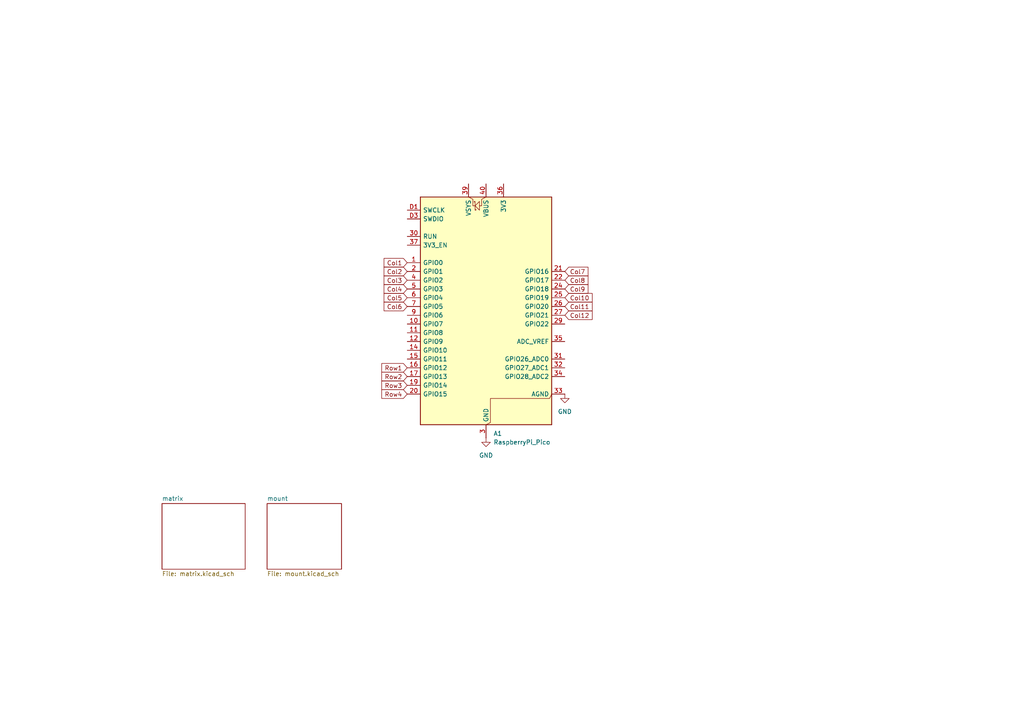
<source format=kicad_sch>
(kicad_sch (version 20250114) (generator "eeschema") (generator_version "9.0")
  (paper "A4")
  (title_block (title "Plain 48") (company "Zero.countersteer"))
  (lib_symbols
    (symbol "MCU_Module:RaspberryPi_Pico_Debug" (pin_names (offset 0.762))
      (property "Reference" "A" (at -19.05 35.56 0))
      (property "Value" "RaspberryPi_Pico" (at 7.62 35.56 0))
      (symbol "RaspberryPi_Pico_Debug_0_1"
        (rectangle (start -19.05 34.29) (end 19.05 -31.75) (stroke (width 0.254)) (fill (type background)))
        (polyline (pts (xy -5.08 34.29) (xy -3.81 33.655) (xy -3.81 31.75) (xy -3.175 31.75)))
        (polyline (pts (xy -3.429 32.766) (xy -3.429 33.02) (xy -3.175 33.02) (xy -3.175 30.48) (xy -2.921 30.48) (xy -2.921 30.734)))
        (polyline (pts (xy -3.175 31.75) (xy -1.905 33.02) (xy -1.905 30.48) (xy -3.175 31.75)))
        (polyline (pts (xy 0 34.29) (xy -1.27 33.655) (xy -1.27 31.75) (xy -1.905 31.75)))
        (polyline (pts (xy 0 -31.75) (xy 1.27 -31.115) (xy 1.27 -24.13) (xy 18.415 -24.13) (xy 19.05 -22.86)))
      )
      (symbol "RaspberryPi_Pico_Debug_1_1"
        (pin input line (at -22.86 30.48 0) (length 3.81) (name "SWCLK") (number "D1"))
        (pin bidirectional line (at -22.86 27.94 0) (length 3.81) (name "SWDIO") (number "D3"))
        (pin passive line (at -22.86 22.86 0) (length 3.81) (name "RUN") (number "30"))
        (pin passive line (at -22.86 20.32 0) (length 3.81) (name "3V3_EN") (number "37"))
        (pin bidirectional line (at -22.86 15.24 0) (length 3.81) (name "GPIO0") (number "1"))
        (pin bidirectional line (at -22.86 12.7 0) (length 3.81) (name "GPIO1") (number "2"))
        (pin bidirectional line (at -22.86 10.16 0) (length 3.81) (name "GPIO2") (number "4"))
        (pin bidirectional line (at -22.86 7.62 0) (length 3.81) (name "GPIO3") (number "5"))
        (pin bidirectional line (at -22.86 5.08 0) (length 3.81) (name "GPIO4") (number "6"))
        (pin bidirectional line (at -22.86 2.54 0) (length 3.81) (name "GPIO5") (number "7"))
        (pin bidirectional line (at -22.86 0 0) (length 3.81) (name "GPIO6") (number "9"))
        (pin bidirectional line (at -22.86 -2.54 0) (length 3.81) (name "GPIO7") (number "10"))
        (pin bidirectional line (at -22.86 -5.08 0) (length 3.81) (name "GPIO8") (number "11"))
        (pin bidirectional line (at -22.86 -7.62 0) (length 3.81) (name "GPIO9") (number "12"))
        (pin bidirectional line (at -22.86 -10.16 0) (length 3.81) (name "GPIO10") (number "14"))
        (pin bidirectional line (at -22.86 -12.7 0) (length 3.81) (name "GPIO11") (number "15"))
        (pin bidirectional line (at -22.86 -15.24 0) (length 3.81) (name "GPIO12") (number "16"))
        (pin bidirectional line (at -22.86 -17.78 0) (length 3.81) (name "GPIO13") (number "17"))
        (pin bidirectional line (at -22.86 -20.32 0) (length 3.81) (name "GPIO14") (number "19"))
        (pin bidirectional line (at -22.86 -22.86 0) (length 3.81) (name "GPIO15") (number "20"))
        (pin power_in line (at -5.08 38.1 270) (length 3.81) (name "VSYS") (number "39"))
        (pin power_out line (at 0 38.1 270) (length 3.81) (name "VBUS") (number "40"))
        (pin passive line (at 0 -35.56 90) (length 3.81) (hide yes) (name "GND") (number "13"))
        (pin passive line (at 0 -35.56 90) (length 3.81) (hide yes) (name "GND") (number "18"))
        (pin passive line (at 0 -35.56 90) (length 3.81) (hide yes) (name "GND") (number "23"))
        (pin passive line (at 0 -35.56 90) (length 3.81) (hide yes) (name "GND") (number "28"))
        (pin power_out line (at 0 -35.56 90) (length 3.81) (name "GND") (number "3"))
        (pin passive line (at 0 -35.56 90) (length 3.81) (hide yes) (name "GND") (number "38"))
        (pin passive line (at 0 -35.56 90) (length 3.81) (hide yes) (name "GND") (number "8"))
        (pin passive line (at 0 -35.56 90) (length 3.81) (hide yes) (name "GND") (number "D2"))
        (pin power_out line (at 5.08 38.1 270) (length 3.81) (name "3V3") (number "36"))
        (pin bidirectional line (at 22.86 12.7 180) (length 3.81) (name "GPIO16") (number "21"))
        (pin bidirectional line (at 22.86 10.16 180) (length 3.81) (name "GPIO17") (number "22"))
        (pin bidirectional line (at 22.86 7.62 180) (length 3.81) (name "GPIO18") (number "24"))
        (pin bidirectional line (at 22.86 5.08 180) (length 3.81) (name "GPIO19") (number "25"))
        (pin bidirectional line (at 22.86 2.54 180) (length 3.81) (name "GPIO20") (number "26"))
        (pin bidirectional line (at 22.86 0 180) (length 3.81) (name "GPIO21") (number "27"))
        (pin bidirectional line (at 22.86 -2.54 180) (length 3.81) (name "GPIO22") (number "29"))
        (pin power_in line (at 22.86 -7.62 180) (length 3.81) (name "ADC_VREF") (number "35"))
        (pin bidirectional line (at 22.86 -12.7 180) (length 3.81) (name "GPIO26_ADC0") (number "31"))
        (pin bidirectional line (at 22.86 -15.24 180) (length 3.81) (name "GPIO27_ADC1") (number "32"))
        (pin bidirectional line (at 22.86 -17.78 180) (length 3.81) (name "GPIO28_ADC2") (number "34"))
        (pin power_out line (at 22.86 -22.86 180) (length 3.81) (name "AGND") (number "33"))
      )
    )
    (symbol "power:GND" (power) (pin_numbers (hide yes)) (pin_names (offset 0) (hide yes))
      (property "Value" "GND" (at 0 -3.81 0))
      (symbol "GND_0_1"
        (polyline (pts (xy 0 0) (xy 0 -1.27) (xy 1.27 -1.27) (xy 0 -2.54) (xy -1.27 -1.27) (xy 0 -1.27)))
      )
      (symbol "GND_1_1"
        (pin power_in line (at 0 0 270) (length 0) (name "~") (number "1"))
      )
    )
  )
  (global_label "Col10" (shape input) (at 163.83 86.36 0) (property "Intersheetrefs" "${INTERSHEET_REFS}" (effects (hide yes))))
  (global_label "Col12" (shape input) (at 163.83 91.44 0) (property "Intersheetrefs" "${INTERSHEET_REFS}" (effects (hide yes))))
  (global_label "Col1" (shape input) (at 118.11 76.2 180) (property "Intersheetrefs" "${INTERSHEET_REFS}" (effects (hide yes))))
  (global_label "Col11" (shape input) (at 163.83 88.9 0) (property "Intersheetrefs" "${INTERSHEET_REFS}" (effects (hide yes))))
  (global_label "Row1" (shape input) (at 118.11 106.68 180) (property "Intersheetrefs" "${INTERSHEET_REFS}" (effects (hide yes))))
  (global_label "Col4" (shape input) (at 118.11 83.82 180) (property "Intersheetrefs" "${INTERSHEET_REFS}" (effects (hide yes))))
  (global_label "Col3" (shape input) (at 118.11 81.28 180) (property "Intersheetrefs" "${INTERSHEET_REFS}" (effects (hide yes))))
  (global_label "Row3" (shape input) (at 118.11 111.76 180) (property "Intersheetrefs" "${INTERSHEET_REFS}" (effects (hide yes))))
  (global_label "Col7" (shape input) (at 163.83 78.74 0) (property "Intersheetrefs" "${INTERSHEET_REFS}" (effects (hide yes))))
  (global_label "Row2" (shape input) (at 118.11 109.22 180) (property "Intersheetrefs" "${INTERSHEET_REFS}" (effects (hide yes))))
  (global_label "Col2" (shape input) (at 118.11 78.74 180) (property "Intersheetrefs" "${INTERSHEET_REFS}" (effects (hide yes))))
  (global_label "Col6" (shape input) (at 118.11 88.9 180) (property "Intersheetrefs" "${INTERSHEET_REFS}" (effects (hide yes))))
  (global_label "Col8" (shape input) (at 163.83 81.28 0) (property "Intersheetrefs" "${INTERSHEET_REFS}" (effects (hide yes))))
  (global_label "Col9" (shape input) (at 163.83 83.82 0) (property "Intersheetrefs" "${INTERSHEET_REFS}" (effects (hide yes))))
  (global_label "Row4" (shape input) (at 118.11 114.3 180) (property "Intersheetrefs" "${INTERSHEET_REFS}" (effects (hide yes))))
  (global_label "Col5" (shape input) (at 118.11 86.36 180) (property "Intersheetrefs" "${INTERSHEET_REFS}" (effects (hide yes))))
  (symbol (lib_id "power:GND") (at 163.83 114.3 0) (unit 1)
    (property "Reference" "#PWR02" (effects (hide yes)))
    (property "Value" "GND" (at 163.83 119.38 0))
    (property "Description" "Power symbol creates a global label with name \"GND\" , ground" (effects (hide yes)))
  )
  (symbol (lib_id "MCU_Module:RaspberryPi_Pico_Debug") (at 140.97 91.44 0) (unit 1)
    (property "Reference" "A1" (at 143.1133 125.73 0) (effects (justify left)))
    (property "Value" "RaspberryPi_Pico" (at 143.1133 128.27 0) (effects (justify left)))
    (property "Footprint" "Module:RaspberryPi_Pico_SMD_HandSolder" (effects (hide yes)))
    (property "Datasheet" "https://datasheets.raspberrypi.com/pico/pico-datasheet.pdf" (effects (hide yes)))
    (property "Description" "Versatile and inexpensive microcontroller module (with debug pins) powered by RP2040 dual-core Arm Cortex-M0+ processor up to 133 MHz, 264kB SRAM, 2MB QSPI flash; also supports Raspberry Pi Pico 2" (effects (hide yes)))
  )
  (symbol (lib_id "power:GND") (at 140.97 127 0) (unit 1)
    (property "Reference" "#PWR01" (effects (hide yes)))
    (property "Value" "GND" (at 140.97 132.08 0))
    (property "Description" "Power symbol creates a global label with name \"GND\" , ground" (effects (hide yes)))
  )
  (sheet (at 46.99 146.05) (size 24.13 19.05) (stroke (width 0.1524))
    (property "Sheetname" "matrix" (at 46.99 145.3384 0) (effects (justify left bottom)))
    (property "Sheetfile" "matrix.kicad_sch" (at 46.99 165.6846 0) (effects (justify left top)))
  )
  (sheet (at 77.47 146.05) (size 21.59 19.05) (stroke (width 0.1524))
    (property "Sheetname" "mount" (at 77.47 145.3384 0) (effects (justify left bottom)))
    (property "Sheetfile" "mount.kicad_sch" (at 77.47 165.6846 0) (effects (justify left top)))
  )
)
</source>
